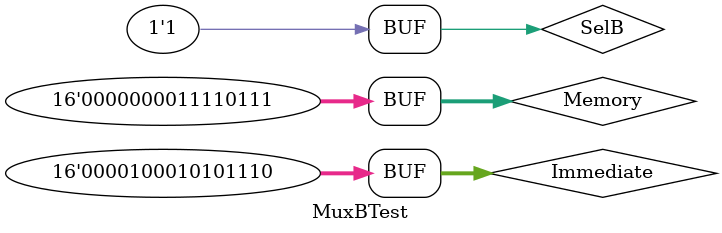
<source format=v>
`timescale 1ns / 1ps


module MuxBTest;

	// Inputs
	reg [15:0] Memory;
	reg [15:0] Immediate;
	reg SelB;

	// Outputs
	wire [15:0] Alu;

	// Instantiate the Unit Under Test (UUT)
	MuxB uut (
		.Memory(Memory), 
		.Immediate(Immediate), 
		.SelB(SelB), 
		.Alu(Alu)
	);

	initial begin
		// Initialize Inputs
		Memory = 0;
		Immediate = 0;
		SelB = 0;

		// Wait 100 ns for global reset to finish
		#100;
        
		Memory = 247;
		
		#100;
		
		Immediate= 2222;
		SelB=1;
		
		end
      
endmodule


</source>
